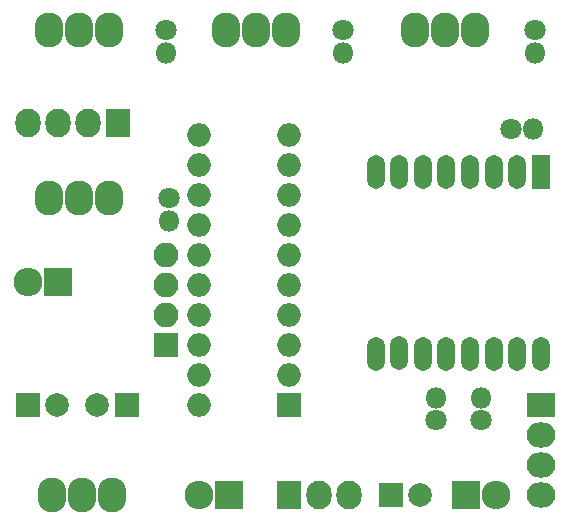
<source format=gbs>
G04 #@! TF.FileFunction,Soldermask,Bot*
%FSLAX46Y46*%
G04 Gerber Fmt 4.6, Leading zero omitted, Abs format (unit mm)*
G04 Created by KiCad (PCBNEW 4.0.5) date 02/10/17 18:58:16*
%MOMM*%
%LPD*%
G01*
G04 APERTURE LIST*
%ADD10C,0.100000*%
%ADD11R,2.000000X2.000000*%
%ADD12C,2.000000*%
%ADD13R,1.500000X2.900000*%
%ADD14O,1.500000X2.900000*%
%ADD15O,2.432000X2.940000*%
%ADD16R,2.100000X2.100000*%
%ADD17O,2.100000X2.100000*%
%ADD18C,1.800000*%
%ADD19O,1.800000X1.800000*%
%ADD20R,2.432000X2.127200*%
%ADD21O,2.432000X2.127200*%
%ADD22R,2.127200X2.432000*%
%ADD23O,2.127200X2.432000*%
%ADD24R,2.432000X2.432000*%
%ADD25O,2.432000X2.432000*%
%ADD26O,2.000000X2.000000*%
G04 APERTURE END LIST*
D10*
D11*
X110490000Y-109220000D03*
D12*
X112990000Y-109220000D03*
D13*
X123190000Y-81850000D03*
D14*
X121190000Y-81850000D03*
X119190000Y-81850000D03*
X117190000Y-81850000D03*
X115190000Y-81850000D03*
X113190000Y-81850000D03*
X111190000Y-81850000D03*
X109190000Y-81850000D03*
X109190000Y-97250000D03*
X111190000Y-97150000D03*
X113190000Y-97250000D03*
X115190000Y-97250000D03*
X117190000Y-97250000D03*
X119190000Y-97250000D03*
X121190000Y-97250000D03*
X123190000Y-97250000D03*
D15*
X99060000Y-69850000D03*
X96520000Y-69850000D03*
X101600000Y-69850000D03*
X84074000Y-84074000D03*
X81534000Y-84074000D03*
X86614000Y-84074000D03*
X115062000Y-69850000D03*
X112522000Y-69850000D03*
X117602000Y-69850000D03*
D16*
X91440000Y-96520000D03*
D17*
X91440000Y-93980000D03*
X91440000Y-91440000D03*
X91440000Y-88900000D03*
D18*
X122682000Y-69850000D03*
D19*
X122682000Y-71750000D03*
D18*
X106426000Y-69850000D03*
D19*
X106426000Y-71750000D03*
D18*
X91440000Y-69850000D03*
D19*
X91440000Y-71750000D03*
D18*
X91694000Y-84074000D03*
D19*
X91694000Y-85974000D03*
D20*
X123190000Y-101600000D03*
D21*
X123190000Y-104140000D03*
X123190000Y-106680000D03*
X123190000Y-109220000D03*
D22*
X87376000Y-77724000D03*
D23*
X84836000Y-77724000D03*
X82296000Y-77724000D03*
X79756000Y-77724000D03*
D24*
X82296000Y-91186000D03*
D25*
X79756000Y-91186000D03*
D18*
X118110000Y-102870000D03*
D19*
X118110000Y-100970000D03*
D18*
X120650000Y-78232000D03*
D19*
X122550000Y-78232000D03*
D15*
X84074000Y-69850000D03*
X81534000Y-69850000D03*
X86614000Y-69850000D03*
D11*
X101854000Y-101600000D03*
D26*
X94234000Y-78740000D03*
X101854000Y-99060000D03*
X94234000Y-81280000D03*
X101854000Y-96520000D03*
X94234000Y-83820000D03*
X101854000Y-93980000D03*
X94234000Y-86360000D03*
X101854000Y-91440000D03*
X94234000Y-88900000D03*
X101854000Y-88900000D03*
X94234000Y-91440000D03*
X101854000Y-86360000D03*
X94234000Y-93980000D03*
X101854000Y-83820000D03*
X94234000Y-96520000D03*
X101854000Y-81280000D03*
X94234000Y-99060000D03*
X101854000Y-78740000D03*
X94234000Y-101600000D03*
D24*
X96774000Y-109220000D03*
D25*
X94234000Y-109220000D03*
D24*
X116840000Y-109220000D03*
D25*
X119380000Y-109220000D03*
D22*
X101854000Y-109220000D03*
D23*
X104394000Y-109220000D03*
X106934000Y-109220000D03*
D18*
X114300000Y-102870000D03*
D19*
X114300000Y-100970000D03*
D15*
X84328000Y-109220000D03*
X86868000Y-109220000D03*
X81788000Y-109220000D03*
D11*
X79756000Y-101600000D03*
D12*
X82256000Y-101600000D03*
D11*
X88138000Y-101600000D03*
D12*
X85638000Y-101600000D03*
M02*

</source>
